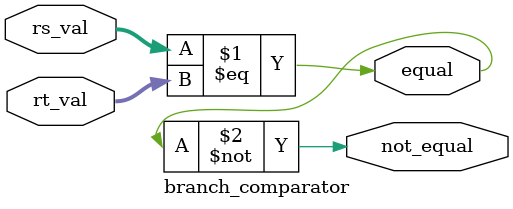
<source format=v>
module branch_comparator #(
    parameter WIDTH = 64
)(
    input  wire [WIDTH-1:0] rs_val,
    input  wire [WIDTH-1:0] rt_val,
    output wire             equal,
    output wire             not_equal
);
    assign equal     = (rs_val == rt_val);
    assign not_equal = ~equal;
endmodule

</source>
